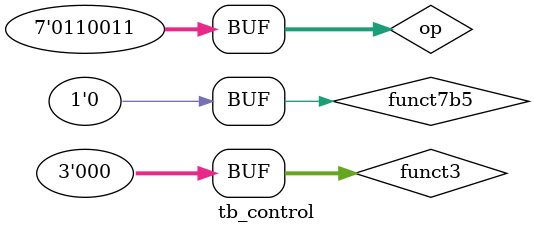
<source format=sv>
`timescale 1ns / 1ps

module tb_control;

    // -------------- SIGNALS -------------- //

    // Instruction fields (Inputs)
    logic [6:0]     op;
    logic [2:0]     funct3;
    logic           funct7b5;
    
    // Outputs
    logic           RegWE_E, RegWE_W,
                    OpBSrcE,
                    ExPathE,
                    PCSrcE;
    logic [1:0]     ImmFormatD;
    logic [2:0]     ALUFuncE;
    logic           MemWrite;
    
    // -------------- INSTANTIATE DUT -------------- //
    
    control control(
        op,
        funct3,
        funct7b5,
        RegWE_E, RegWE_W,
        OpBSrcE,
        ExPathE,
        PCSrcE,
        ImmFormatD,
        ALUFuncE,
        MemWrite
    );
    
    // -------------- SIMULATE -------------- //
    
    initial begin
        
        // ADDI x1, x0, #7
        op = 7'b0010011;        funct3 = 3'b000;        funct7b5 = 1'b0;
        
        #10;
        
        // ADD x3, x1, x2
        op = 7'b0110011;        funct3 = 3'b000;        funct7b5 = 1'b0;
        
        #10;
        
        // 
        
    end

endmodule

</source>
